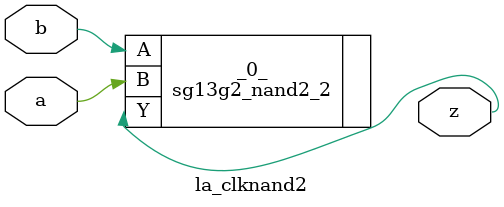
<source format=v>

/* Generated by Yosys 0.40+33 (git sha1 cd1fb8b15, g++ 11.4.0-1ubuntu1~22.04 -fPIC -Os) */

module la_clknand2(a, b, z);
  input a;
  wire a;
  input b;
  wire b;
  output z;
  wire z;
  sg13g2_nand2_2 _0_ (
    .A(b),
    .B(a),
    .Y(z)
  );
endmodule

</source>
